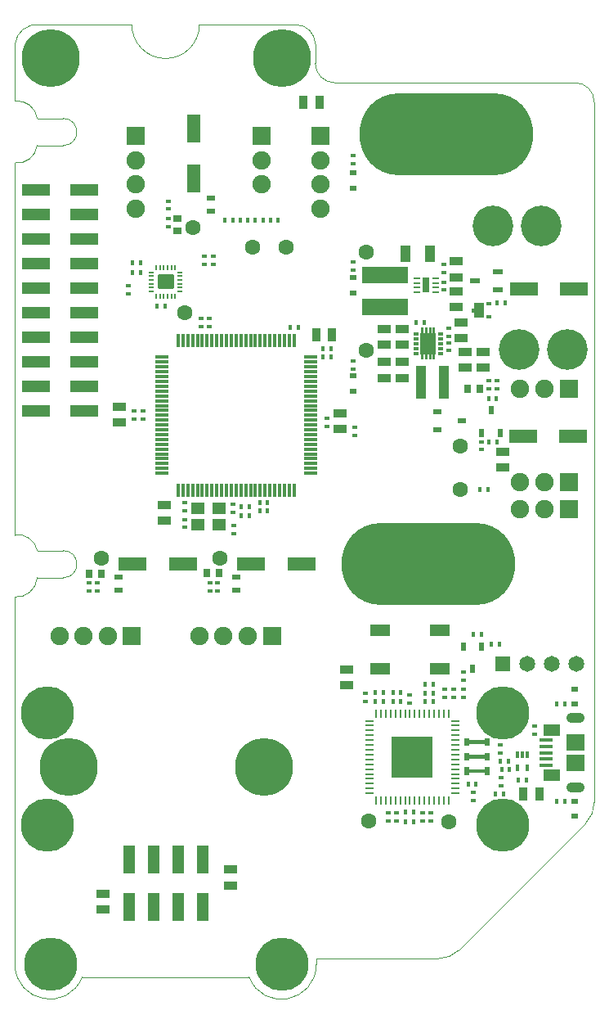
<source format=gts>
G04 Layer_Color=8388736*
%FSLAX44Y44*%
%MOMM*%
G71*
G01*
G75*
%ADD10R,4.2500X4.2500*%
%ADD11R,0.8500X0.2800*%
%ADD12R,0.2800X0.8500*%
%ADD13R,2.6000X0.4000*%
%ADD14R,1.4000X1.2000*%
G04:AMPARAMS|DCode=15|XSize=1.54mm|YSize=1.7mm|CornerRadius=0.154mm|HoleSize=0mm|Usage=FLASHONLY|Rotation=270.000|XOffset=0mm|YOffset=0mm|HoleType=Round|Shape=RoundedRectangle|*
%AMROUNDEDRECTD15*
21,1,1.5400,1.3920,0,0,270.0*
21,1,1.2320,1.7000,0,0,270.0*
1,1,0.3080,-0.6960,-0.6160*
1,1,0.3080,-0.6960,0.6160*
1,1,0.3080,0.6960,0.6160*
1,1,0.3080,0.6960,-0.6160*
%
%ADD15ROUNDEDRECTD15*%
%ADD16R,0.5000X0.2000*%
%ADD17R,0.2000X0.5000*%
%ADD18R,1.4500X0.3000*%
%ADD19R,0.3000X1.4500*%
%ADD20R,0.8000X0.2500*%
%ADD21R,0.6900X1.6000*%
%ADD22R,0.6000X0.3500*%
%ADD23R,1.5800X2.1500*%
G04:AMPARAMS|DCode=24|XSize=0.56mm|YSize=0.41mm|CornerRadius=0.1025mm|HoleSize=0mm|Usage=FLASHONLY|Rotation=90.000|XOffset=0mm|YOffset=0mm|HoleType=Round|Shape=RoundedRectangle|*
%AMROUNDEDRECTD24*
21,1,0.5600,0.2050,0,0,90.0*
21,1,0.3550,0.4100,0,0,90.0*
1,1,0.2050,0.1025,0.1775*
1,1,0.2050,0.1025,-0.1775*
1,1,0.2050,-0.1025,-0.1775*
1,1,0.2050,-0.1025,0.1775*
%
%ADD24ROUNDEDRECTD24*%
G04:AMPARAMS|DCode=25|XSize=0.56mm|YSize=0.41mm|CornerRadius=0.1025mm|HoleSize=0mm|Usage=FLASHONLY|Rotation=180.000|XOffset=0mm|YOffset=0mm|HoleType=Round|Shape=RoundedRectangle|*
%AMROUNDEDRECTD25*
21,1,0.5600,0.2050,0,0,180.0*
21,1,0.3550,0.4100,0,0,180.0*
1,1,0.2050,-0.1775,0.1025*
1,1,0.2050,0.1775,0.1025*
1,1,0.2050,0.1775,-0.1025*
1,1,0.2050,-0.1775,-0.1025*
%
%ADD25ROUNDEDRECTD25*%
%ADD26R,0.8500X0.6000*%
%ADD27R,0.6000X0.9000*%
%ADD28R,1.0000X0.6000*%
%ADD29R,2.0000X1.2000*%
%ADD30R,4.8000X1.8000*%
%ADD31R,0.9800X3.4000*%
%ADD32R,0.8000X0.5000*%
%ADD33R,0.3000X0.7500*%
%ADD34R,1.1000X1.6000*%
%ADD35R,0.5000X0.4000*%
%ADD36R,0.9500X0.6000*%
%ADD37R,1.9000X1.7500*%
%ADD38R,1.8000X1.1500*%
%ADD39R,1.4000X0.4000*%
%ADD40R,2.9000X1.2700*%
%ADD41R,1.2700X2.9000*%
%ADD42R,2.9500X1.4000*%
%ADD43R,1.3500X0.8500*%
%ADD44R,0.8500X1.3500*%
%ADD45R,0.7500X0.8500*%
%ADD46R,0.8500X0.7500*%
%ADD47R,1.4000X2.9500*%
%ADD48R,1.1000X1.7000*%
%ADD52C,0.1000*%
%ADD53C,4.2000*%
%ADD54O,1.9000X1.0500*%
%ADD55R,1.6500X1.6500*%
%ADD56C,1.6500*%
%ADD57C,1.9000*%
%ADD58R,1.9000X1.9000*%
%ADD59C,1.6000*%
%ADD60R,1.9000X1.9000*%
%ADD61C,6.0000*%
%ADD62C,5.5000*%
%ADD63O,18.0000X8.5000*%
G36*
X476000Y710500D02*
X473000D01*
Y714500D01*
X476000D01*
Y710500D01*
D02*
G37*
G36*
X435250Y688750D02*
X436000D01*
Y667250D01*
X435250D01*
Y661500D01*
X432750D01*
Y667250D01*
X431250D01*
Y661500D01*
X428750D01*
Y667250D01*
X427250D01*
Y661500D01*
X424750D01*
Y667250D01*
X423250D01*
Y661500D01*
X420750D01*
Y667250D01*
X420000D01*
Y688750D01*
X420750D01*
Y694500D01*
X423250D01*
Y688750D01*
X424750D01*
Y694500D01*
X427250D01*
Y688750D01*
X428750D01*
Y694500D01*
X431250D01*
Y688750D01*
X432750D01*
Y694500D01*
X435250D01*
Y688750D01*
D02*
G37*
G36*
X491500Y262000D02*
X486500D01*
Y264000D01*
X470500D01*
Y262000D01*
X465500D01*
Y270000D01*
X470500D01*
Y268000D01*
X486500D01*
Y270000D01*
X491500D01*
Y262000D01*
D02*
G37*
G36*
Y247000D02*
X486500D01*
Y249000D01*
X470500D01*
Y247000D01*
X465500D01*
Y255000D01*
X470500D01*
Y253000D01*
X486500D01*
Y255000D01*
X491500D01*
Y247000D01*
D02*
G37*
G36*
Y232000D02*
X486500D01*
Y234000D01*
X470500D01*
Y232000D01*
X465500D01*
Y240000D01*
X470500D01*
Y238000D01*
X486500D01*
Y240000D01*
X491500D01*
Y232000D01*
D02*
G37*
D10*
X411500Y250500D02*
D03*
D11*
X456250Y288000D02*
D03*
Y283000D02*
D03*
Y278000D02*
D03*
Y273000D02*
D03*
Y268000D02*
D03*
Y263000D02*
D03*
Y258000D02*
D03*
Y253000D02*
D03*
Y248000D02*
D03*
Y243000D02*
D03*
Y238000D02*
D03*
Y233000D02*
D03*
Y228000D02*
D03*
Y223000D02*
D03*
Y218000D02*
D03*
Y213000D02*
D03*
X366750D02*
D03*
Y218000D02*
D03*
Y223000D02*
D03*
Y228000D02*
D03*
Y233000D02*
D03*
Y238000D02*
D03*
Y243000D02*
D03*
Y248000D02*
D03*
Y253000D02*
D03*
Y258000D02*
D03*
Y263000D02*
D03*
Y268000D02*
D03*
Y273000D02*
D03*
Y278000D02*
D03*
Y283000D02*
D03*
Y288000D02*
D03*
D12*
X449000Y205750D02*
D03*
X444000D02*
D03*
X439000D02*
D03*
X434000D02*
D03*
X429000D02*
D03*
X424000D02*
D03*
X419000D02*
D03*
X414000D02*
D03*
X409000D02*
D03*
X404000D02*
D03*
X399000D02*
D03*
X394000D02*
D03*
X389000D02*
D03*
X384000D02*
D03*
X379000D02*
D03*
X374000D02*
D03*
Y295250D02*
D03*
X379000D02*
D03*
X384000D02*
D03*
X389000D02*
D03*
X394000D02*
D03*
X399000D02*
D03*
X404000D02*
D03*
X409000D02*
D03*
X414000D02*
D03*
X419000D02*
D03*
X424000D02*
D03*
X429000D02*
D03*
X434000D02*
D03*
X439000D02*
D03*
X444000D02*
D03*
X449000D02*
D03*
D13*
X478500Y236000D02*
D03*
Y251000D02*
D03*
Y266000D02*
D03*
D14*
X189500Y490500D02*
D03*
Y507500D02*
D03*
X211500D02*
D03*
Y490500D02*
D03*
D15*
X156000Y742000D02*
D03*
D16*
X170800Y752000D02*
D03*
Y748000D02*
D03*
Y744000D02*
D03*
Y740000D02*
D03*
Y736000D02*
D03*
Y732000D02*
D03*
X141200D02*
D03*
Y736000D02*
D03*
Y740000D02*
D03*
Y744000D02*
D03*
Y748000D02*
D03*
Y752000D02*
D03*
D17*
X166000Y727200D02*
D03*
X162000D02*
D03*
X158000D02*
D03*
X154000D02*
D03*
X150000D02*
D03*
X146000D02*
D03*
Y756800D02*
D03*
X150000D02*
D03*
X154000D02*
D03*
X158000D02*
D03*
X162000D02*
D03*
X166000D02*
D03*
D18*
X306250Y544000D02*
D03*
Y549000D02*
D03*
Y554000D02*
D03*
Y559000D02*
D03*
Y564000D02*
D03*
Y569000D02*
D03*
Y574000D02*
D03*
Y579000D02*
D03*
Y584000D02*
D03*
Y589000D02*
D03*
Y594000D02*
D03*
Y599000D02*
D03*
Y604000D02*
D03*
Y609000D02*
D03*
Y614000D02*
D03*
Y619000D02*
D03*
Y624000D02*
D03*
Y629000D02*
D03*
Y634000D02*
D03*
Y639000D02*
D03*
Y644000D02*
D03*
Y649000D02*
D03*
Y654000D02*
D03*
Y659000D02*
D03*
Y664000D02*
D03*
X151750D02*
D03*
Y659000D02*
D03*
Y654000D02*
D03*
Y649000D02*
D03*
Y644000D02*
D03*
Y639000D02*
D03*
Y634000D02*
D03*
Y629000D02*
D03*
Y624000D02*
D03*
Y619000D02*
D03*
Y614000D02*
D03*
Y609000D02*
D03*
Y604000D02*
D03*
Y599000D02*
D03*
Y594000D02*
D03*
Y589000D02*
D03*
Y584000D02*
D03*
Y579000D02*
D03*
Y574000D02*
D03*
Y569000D02*
D03*
Y564000D02*
D03*
Y559000D02*
D03*
Y554000D02*
D03*
Y549000D02*
D03*
Y544000D02*
D03*
D19*
X289000Y681250D02*
D03*
X284000D02*
D03*
X279000D02*
D03*
X274000D02*
D03*
X269000D02*
D03*
X264000D02*
D03*
X259000D02*
D03*
X254000D02*
D03*
X249000D02*
D03*
X244000D02*
D03*
X239000D02*
D03*
X234000D02*
D03*
X229000D02*
D03*
X224000D02*
D03*
X219000D02*
D03*
X214000D02*
D03*
X209000D02*
D03*
X204000D02*
D03*
X199000D02*
D03*
X194000D02*
D03*
X189000D02*
D03*
X184000D02*
D03*
X179000D02*
D03*
X174000D02*
D03*
X169000D02*
D03*
Y526750D02*
D03*
X174000D02*
D03*
X179000D02*
D03*
X184000D02*
D03*
X189000D02*
D03*
X194000D02*
D03*
X199000D02*
D03*
X204000D02*
D03*
X209000D02*
D03*
X214000D02*
D03*
X219000D02*
D03*
X224000D02*
D03*
X229000D02*
D03*
X234000D02*
D03*
X239000D02*
D03*
X244000D02*
D03*
X249000D02*
D03*
X254000D02*
D03*
X259000D02*
D03*
X264000D02*
D03*
X269000D02*
D03*
X274000D02*
D03*
X279000D02*
D03*
X284000D02*
D03*
X289000D02*
D03*
D20*
X435450Y731000D02*
D03*
Y736000D02*
D03*
Y741000D02*
D03*
Y746000D02*
D03*
X416550Y731000D02*
D03*
Y736000D02*
D03*
Y741000D02*
D03*
Y746000D02*
D03*
D21*
X426000Y738500D02*
D03*
D22*
X440900Y668000D02*
D03*
Y673000D02*
D03*
Y678000D02*
D03*
Y683000D02*
D03*
Y688000D02*
D03*
X415100Y668000D02*
D03*
Y673000D02*
D03*
Y678000D02*
D03*
Y683000D02*
D03*
Y688000D02*
D03*
D23*
X428000Y678000D02*
D03*
D24*
X483100Y377500D02*
D03*
X474900D02*
D03*
X217400Y806000D02*
D03*
X225600D02*
D03*
X241350D02*
D03*
X233150D02*
D03*
X248900D02*
D03*
X257100D02*
D03*
X272600D02*
D03*
X264400D02*
D03*
X493400Y367000D02*
D03*
X501600D02*
D03*
X561400Y305000D02*
D03*
X569600D02*
D03*
X561400Y205000D02*
D03*
X569600D02*
D03*
X433100Y316450D02*
D03*
X424900D02*
D03*
Y325500D02*
D03*
X433100D02*
D03*
X469400Y222500D02*
D03*
X477600D02*
D03*
X503900Y237500D02*
D03*
X512100D02*
D03*
X502900Y246000D02*
D03*
X511100D02*
D03*
X489600Y527500D02*
D03*
X481400D02*
D03*
X498600Y621500D02*
D03*
X490400D02*
D03*
X253400Y505000D02*
D03*
X261600D02*
D03*
X499100Y576000D02*
D03*
X490900D02*
D03*
X507600Y720500D02*
D03*
X499400D02*
D03*
X521400Y227000D02*
D03*
X530000D02*
D03*
X121900Y752000D02*
D03*
X130100D02*
D03*
X155350Y717000D02*
D03*
X147150D02*
D03*
X121900Y761500D02*
D03*
X130100D02*
D03*
X404400Y193500D02*
D03*
X412600D02*
D03*
X424900Y307550D02*
D03*
X433100D02*
D03*
X391400Y308000D02*
D03*
X399600D02*
D03*
X381600D02*
D03*
X373400D02*
D03*
X404400Y183500D02*
D03*
X412600D02*
D03*
X391400Y317000D02*
D03*
X399600D02*
D03*
X381600D02*
D03*
X373400D02*
D03*
X497400Y212500D02*
D03*
X505600D02*
D03*
X253400Y513500D02*
D03*
X261600D02*
D03*
X293100Y694500D02*
D03*
X284900D02*
D03*
X327100Y664000D02*
D03*
X318900D02*
D03*
X242600Y509500D02*
D03*
X234400D02*
D03*
X327100Y673000D02*
D03*
X318900D02*
D03*
X242850Y500000D02*
D03*
X234650D02*
D03*
X423600Y700000D02*
D03*
X415400D02*
D03*
D25*
X195750Y768100D02*
D03*
Y759900D02*
D03*
X205500Y768100D02*
D03*
Y759900D02*
D03*
X350000Y872600D02*
D03*
Y864400D02*
D03*
X202000Y430600D02*
D03*
Y422400D02*
D03*
X76750Y430600D02*
D03*
Y422400D02*
D03*
X158500Y807100D02*
D03*
Y798900D02*
D03*
X210000Y430600D02*
D03*
Y422400D02*
D03*
X85000Y430600D02*
D03*
Y422400D02*
D03*
X158500Y817400D02*
D03*
Y825600D02*
D03*
X464500Y338100D02*
D03*
Y329900D02*
D03*
X430850Y184400D02*
D03*
Y192600D02*
D03*
X422500Y184400D02*
D03*
Y192600D02*
D03*
X395000Y184400D02*
D03*
Y192600D02*
D03*
X386250Y184400D02*
D03*
Y192600D02*
D03*
X445000Y320600D02*
D03*
Y312400D02*
D03*
X474500Y214100D02*
D03*
Y205900D02*
D03*
X201000Y695900D02*
D03*
Y704100D02*
D03*
X193000Y695900D02*
D03*
Y704100D02*
D03*
X350000Y762600D02*
D03*
Y754400D02*
D03*
Y660100D02*
D03*
Y651900D02*
D03*
X444000Y760100D02*
D03*
Y751900D02*
D03*
X444350Y733400D02*
D03*
Y741600D02*
D03*
X449000Y694100D02*
D03*
Y685900D02*
D03*
X449050Y670900D02*
D03*
Y679100D02*
D03*
X483450Y576600D02*
D03*
Y568400D02*
D03*
X490500Y631400D02*
D03*
Y639600D02*
D03*
X499000D02*
D03*
Y631400D02*
D03*
X538500Y274200D02*
D03*
Y282800D02*
D03*
X352000Y591800D02*
D03*
Y583200D02*
D03*
X117500Y729900D02*
D03*
Y738100D02*
D03*
X464500Y320600D02*
D03*
Y312400D02*
D03*
X454500Y320600D02*
D03*
Y312400D02*
D03*
X409000Y314600D02*
D03*
Y306400D02*
D03*
X363000Y316100D02*
D03*
Y307900D02*
D03*
X503450Y220900D02*
D03*
Y229100D02*
D03*
X502500Y263100D02*
D03*
Y254900D02*
D03*
X226000Y503900D02*
D03*
Y512100D02*
D03*
X323000Y600600D02*
D03*
Y592400D02*
D03*
X226500Y481900D02*
D03*
Y490100D02*
D03*
X176000Y496100D02*
D03*
Y487900D02*
D03*
X132500Y608100D02*
D03*
Y599900D02*
D03*
X123000Y608100D02*
D03*
Y599900D02*
D03*
X176000Y505400D02*
D03*
Y513600D02*
D03*
D26*
X229500Y437000D02*
D03*
Y423000D02*
D03*
X107000Y437000D02*
D03*
Y423000D02*
D03*
X203000Y829000D02*
D03*
Y815000D02*
D03*
D27*
X483500Y364500D02*
D03*
X464500D02*
D03*
X474000Y341500D02*
D03*
X483500Y586000D02*
D03*
X502500D02*
D03*
X493000Y609000D02*
D03*
D28*
X500000Y733500D02*
D03*
Y752500D02*
D03*
X476000Y743000D02*
D03*
D29*
X440000Y381500D02*
D03*
X378000D02*
D03*
X440000Y341500D02*
D03*
X378000D02*
D03*
D30*
X383000Y749350D02*
D03*
Y716350D02*
D03*
D31*
X444350Y638000D02*
D03*
X420650D02*
D03*
D32*
X350000Y838500D02*
D03*
Y854500D02*
D03*
X579450Y305000D02*
D03*
Y321000D02*
D03*
Y189000D02*
D03*
Y205000D02*
D03*
X350000Y730100D02*
D03*
Y746100D02*
D03*
Y628500D02*
D03*
Y644500D02*
D03*
D33*
X530700Y253000D02*
D03*
X525700D02*
D03*
X520700D02*
D03*
Y239000D02*
D03*
X530700D02*
D03*
D34*
X480500Y712500D02*
D03*
D35*
X491000Y706000D02*
D03*
Y719000D02*
D03*
D36*
X462750Y598500D02*
D03*
X437250Y589000D02*
D03*
Y608000D02*
D03*
D37*
X580200Y265750D02*
D03*
Y244250D02*
D03*
D38*
X556200Y278200D02*
D03*
Y231800D02*
D03*
D39*
X550200Y242000D02*
D03*
Y248500D02*
D03*
Y255000D02*
D03*
Y261500D02*
D03*
Y268000D02*
D03*
D40*
X22000Y659500D02*
D03*
Y684900D02*
D03*
X71500Y659500D02*
D03*
X22000Y710300D02*
D03*
X71500D02*
D03*
X22000Y735700D02*
D03*
X71500D02*
D03*
Y837300D02*
D03*
Y811900D02*
D03*
Y786500D02*
D03*
Y761100D02*
D03*
X22000Y837300D02*
D03*
Y811900D02*
D03*
Y786500D02*
D03*
Y761100D02*
D03*
X71500Y684900D02*
D03*
Y634100D02*
D03*
Y608700D02*
D03*
X22000Y634100D02*
D03*
Y608700D02*
D03*
D41*
X118000Y144750D02*
D03*
X143400D02*
D03*
X168800D02*
D03*
X194200D02*
D03*
X118000Y95250D02*
D03*
X143400D02*
D03*
X168800D02*
D03*
X194200D02*
D03*
D42*
X527000Y735000D02*
D03*
X579000D02*
D03*
X244500Y450000D02*
D03*
X296500D02*
D03*
X122000D02*
D03*
X174000D02*
D03*
X526000Y582000D02*
D03*
X578000D02*
D03*
D43*
X222850Y117750D02*
D03*
Y134250D02*
D03*
X91000Y109250D02*
D03*
Y92750D02*
D03*
X343500Y341250D02*
D03*
Y324750D02*
D03*
X504750Y549750D02*
D03*
Y566250D02*
D03*
X337000Y606250D02*
D03*
Y589750D02*
D03*
X108500Y612750D02*
D03*
Y596250D02*
D03*
X155000Y494750D02*
D03*
Y511250D02*
D03*
X382000Y642750D02*
D03*
Y659250D02*
D03*
X401000Y693250D02*
D03*
Y676750D02*
D03*
X382000Y693250D02*
D03*
Y676750D02*
D03*
X401000Y642750D02*
D03*
Y659250D02*
D03*
X457000Y715750D02*
D03*
Y732250D02*
D03*
X462000Y700250D02*
D03*
Y683750D02*
D03*
X457000Y763250D02*
D03*
Y746750D02*
D03*
X485000Y653250D02*
D03*
Y669750D02*
D03*
X466000Y653250D02*
D03*
Y669750D02*
D03*
D44*
X299000Y928000D02*
D03*
X315500D02*
D03*
X543250Y212000D02*
D03*
X526750D02*
D03*
X328250Y687000D02*
D03*
X311750D02*
D03*
D45*
X198750Y440500D02*
D03*
X211250D02*
D03*
X76750Y440000D02*
D03*
X89250D02*
D03*
X468750Y631550D02*
D03*
X481250D02*
D03*
D46*
X168500Y794750D02*
D03*
Y807250D02*
D03*
D47*
X185000Y849000D02*
D03*
Y901000D02*
D03*
D48*
X404000Y771000D02*
D03*
X430000D02*
D03*
D52*
X311000Y968000D02*
G03*
X331000Y948000I20000J0D01*
G01*
X311000Y988000D02*
G03*
X291000Y1008000I-20000J0D01*
G01*
X25000Y1007999D02*
G03*
X0Y988000I-2500J-22499D01*
G01*
X23000Y911000D02*
G03*
X-0Y929000I-20500J-2500D01*
G01*
Y865000D02*
G03*
X23000Y883000I2500J20500D01*
G01*
X23000Y464000D02*
G03*
X-0Y480000I-19500J-3500D01*
G01*
X0Y416000D02*
G03*
X23000Y436000I1500J21500D01*
G01*
X121000Y1008000D02*
G03*
X156000Y973000I35000J0D01*
G01*
D02*
G03*
X191000Y1008000I0J35000D01*
G01*
X-1Y36000D02*
G03*
X69600Y23000I36035J109D01*
G01*
X242399Y22999D02*
G03*
X312000Y36000I33587J12998D01*
G01*
X591213Y182213D02*
G03*
X600000Y203426I-21213J21213D01*
G01*
X438574Y42000D02*
G03*
X459787Y50787I0J30000D01*
G01*
X600000Y928000D02*
G03*
X580000Y948000I-20000J0D01*
G01*
X50000Y883000D02*
G03*
X50000Y911000I0J14000D01*
G01*
Y436000D02*
G03*
X50000Y464000I0J14000D01*
G01*
X311000Y968000D02*
Y988000D01*
X191000Y1008000D02*
X291000D01*
X0Y929000D02*
Y988000D01*
X25000Y1008000D02*
X121000D01*
X23000Y911000D02*
X50000D01*
X23000Y883000D02*
X50000D01*
X0Y480000D02*
Y865000D01*
X23000Y436000D02*
X50000D01*
X23000Y464000D02*
X50000D01*
X69600Y23000D02*
X242400D01*
X0Y36000D02*
Y416000D01*
X312000Y36000D02*
Y42000D01*
X600000Y203426D02*
Y928000D01*
X459787Y50787D02*
X591213Y182213D01*
X331000Y948000D02*
X580000D01*
X312000Y42000D02*
X438574D01*
D53*
X522000Y672000D02*
D03*
X572000D02*
D03*
X545000Y800000D02*
D03*
X495000D02*
D03*
D54*
X580200Y290750D02*
D03*
Y219250D02*
D03*
D55*
X505100Y346500D02*
D03*
D56*
X530500D02*
D03*
X555900D02*
D03*
X581300D02*
D03*
D57*
X548000Y507000D02*
D03*
X522600D02*
D03*
X548000Y535000D02*
D03*
X522600D02*
D03*
X548000Y631000D02*
D03*
X522600D02*
D03*
X191000Y376000D02*
D03*
X216000D02*
D03*
X241000D02*
D03*
X255000Y843000D02*
D03*
Y868000D02*
D03*
X316000Y818000D02*
D03*
Y843000D02*
D03*
Y868000D02*
D03*
X125000Y818000D02*
D03*
Y843000D02*
D03*
Y868000D02*
D03*
X46000Y376000D02*
D03*
X71000D02*
D03*
X96000D02*
D03*
D58*
X573400Y507000D02*
D03*
Y535000D02*
D03*
Y631000D02*
D03*
X266000Y376000D02*
D03*
X121000D02*
D03*
D59*
X176000Y710000D02*
D03*
X461000Y527500D02*
D03*
Y572000D02*
D03*
X449050Y183500D02*
D03*
X366400Y183950D02*
D03*
X212500Y456000D02*
D03*
X89500D02*
D03*
X184000Y798000D02*
D03*
X363500Y671000D02*
D03*
Y772500D02*
D03*
X281000Y777500D02*
D03*
X246500D02*
D03*
D60*
X255000Y893000D02*
D03*
X316000D02*
D03*
X125000D02*
D03*
D61*
X55750Y240000D02*
D03*
X257750D02*
D03*
X36750Y973000D02*
D03*
X276750D02*
D03*
D62*
X504750Y296000D02*
D03*
Y180000D02*
D03*
X276750Y36000D02*
D03*
X36750D02*
D03*
X33750Y180000D02*
D03*
Y296000D02*
D03*
D63*
X446750Y895000D02*
D03*
X427750Y450000D02*
D03*
M02*

</source>
